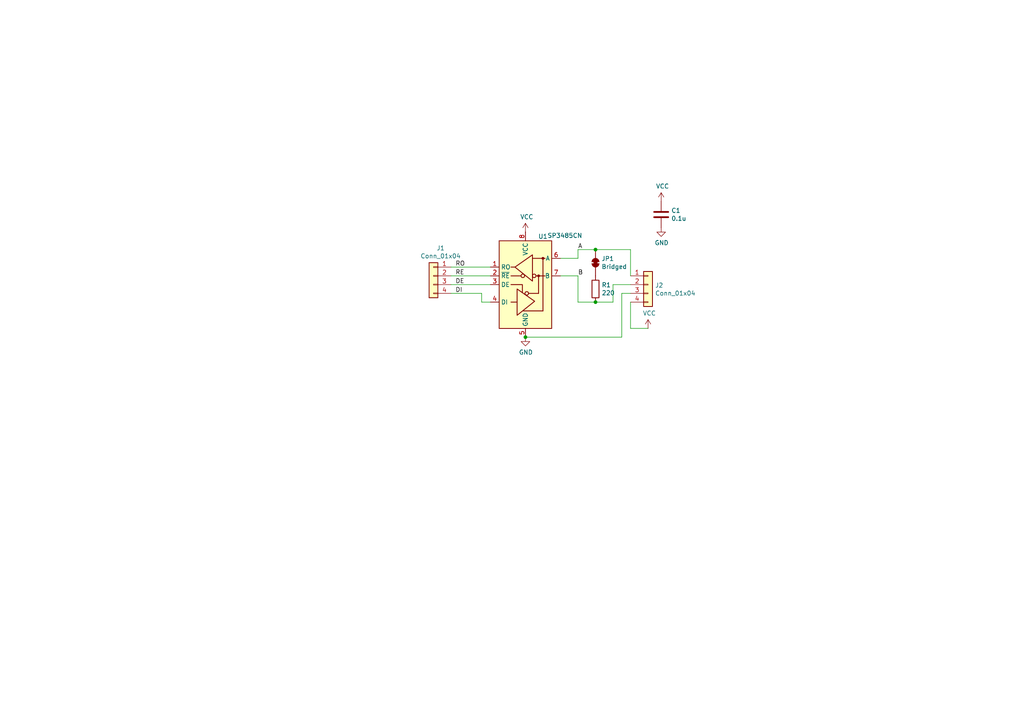
<source format=kicad_sch>
(kicad_sch (version 20231120) (generator "eeschema") (generator_version "8.0")
  (paper "A4")
  (lib_symbols
    (symbol "Connector_Generic:Conn_01x04" (pin_names (offset 1.016) hide)
      (property "Reference" "J" (at 0 5.08 0))
      (property "Value" "Conn_01x04" (at 0 -7.62 0))
      (symbol "Conn_01x04_1_1"
        (rectangle (start -1.27 -4.953) (end 0 -5.207) (stroke (width 0.1524)))
        (rectangle (start -1.27 -2.413) (end 0 -2.667) (stroke (width 0.1524)))
        (rectangle (start -1.27 0.127) (end 0 -0.127) (stroke (width 0.1524)))
        (rectangle (start -1.27 2.667) (end 0 2.413) (stroke (width 0.1524)))
        (rectangle (start -1.27 3.81) (end 1.27 -6.35) (stroke (width 0.254)) (fill (type background)))
        (pin passive line (at -5.08 2.54 0) (length 3.81) (name "Pin_1") (number "1"))
        (pin passive line (at -5.08 0 0) (length 3.81) (name "Pin_2") (number "2"))
        (pin passive line (at -5.08 -2.54 0) (length 3.81) (name "Pin_3") (number "3"))
        (pin passive line (at -5.08 -5.08 0) (length 3.81) (name "Pin_4") (number "4"))
      )
    )
    (symbol "Device:C" (pin_numbers hide) (pin_names (offset 0.254))
      (property "Reference" "C" (at 0.635 2.54 0))
      (property "Value" "C" (at 0.635 -2.54 0))
      (symbol "C_0_1"
        (polyline (pts (xy -2.032 -0.762) (xy 2.032 -0.762)) (stroke (width 0.508)))
        (polyline (pts (xy -2.032 0.762) (xy 2.032 0.762)) (stroke (width 0.508)))
      )
      (symbol "C_1_1"
        (pin passive line (at 0 3.81 270) (length 2.794) (name "~") (number "1"))
        (pin passive line (at 0 -3.81 90) (length 2.794) (name "~") (number "2"))
      )
    )
    (symbol "Device:R" (pin_numbers hide) (pin_names (offset 0))
      (property "Reference" "R" (at 2.032 0 90))
      (property "Value" "R" (at 0 0 90))
      (symbol "R_0_1"
        (rectangle (start -1.016 -2.54) (end 1.016 2.54) (stroke (width 0.254)))
      )
      (symbol "R_1_1"
        (pin passive line (at 0 3.81 270) (length 1.27) (name "~") (number "1"))
        (pin passive line (at 0 -3.81 90) (length 1.27) (name "~") (number "2"))
      )
    )
    (symbol "Interface_UART:SP3485CN"
      (property "Reference" "U" (at -7.62 13.97 0))
      (property "Value" "SP3485CN" (at 1.905 13.97 0))
      (symbol "SP3485CN_0_1"
        (rectangle (start -7.62 12.7) (end 7.62 -12.7) (stroke (width 0.254)) (fill (type background)))
        (polyline (pts (xy -4.191 2.54) (xy -1.27 2.54)) (stroke (width 0.254)))
        (polyline (pts (xy -2.54 -5.08) (xy -4.191 -5.08)) (stroke (width 0.254)))
        (polyline (pts (xy -0.635 -7.62) (xy 5.08 -7.62)) (stroke (width 0.254)))
        (polyline (pts (xy 0.889 -2.54) (xy 3.81 -2.54)) (stroke (width 0.254)))
        (polyline (pts (xy 2.032 7.62) (xy 5.715 7.62)) (stroke (width 0.254)))
        (polyline (pts (xy 3.048 2.54) (xy 5.715 2.54)) (stroke (width 0.254)))
        (polyline (pts (xy 3.81 -2.54) (xy 3.81 2.54)) (stroke (width 0.254)))
        (polyline (pts (xy 5.08 -7.62) (xy 5.08 7.62)) (stroke (width 0.254)))
        (polyline (pts (xy -4.191 0) (xy -0.889 0) (xy -0.889 -2.286)) (stroke (width 0.254)))
        (polyline (pts (xy -3.175 5.08) (xy -4.191 5.08) (xy -4.064 5.08)) (stroke (width 0.254)))
        (polyline (pts (xy -2.413 -5.08) (xy -2.413 -1.27) (xy 2.667 -4.826) (xy -2.413 -8.89) (xy -2.413 -5.08)) (stroke (width 0.254)))
        (circle (center 0.381 -2.54) (radius 0.508) (stroke (width 0.254)))
        (circle (center 3.81 2.54) (radius 0.2794) (stroke (width 0.254)) (fill (type outline)))
      )
      (symbol "SP3485CN_1_1"
        (circle (center -0.762 2.54) (radius 0.508) (stroke (width 0.254)))
        (polyline (pts (xy 2.032 4.826) (xy 2.032 8.636) (xy -3.048 5.08) (xy 2.032 1.016) (xy 2.032 4.826)) (stroke (width 0.254)))
        (circle (center 2.54 2.54) (radius 0.508) (stroke (width 0.254)))
        (circle (center 5.08 7.62) (radius 0.2794) (stroke (width 0.254)) (fill (type outline)))
        (pin output line (at -10.16 5.08 0) (length 2.54) (name "RO") (number "1"))
        (pin input line (at -10.16 2.54 0) (length 2.54) (name "~{RE}") (number "2"))
        (pin input line (at -10.16 0 0) (length 2.54) (name "DE") (number "3"))
        (pin input line (at -10.16 -5.08 0) (length 2.54) (name "DI") (number "4"))
        (pin power_in line (at 0 -15.24 90) (length 2.54) (name "GND") (number "5"))
        (pin bidirectional line (at 10.16 7.62 180) (length 2.54) (name "A") (number "6"))
        (pin bidirectional line (at 10.16 2.54 180) (length 2.54) (name "B") (number "7"))
        (pin power_in line (at 0 15.24 270) (length 2.54) (name "VCC") (number "8"))
      )
    )
    (symbol "Jumper:SolderJumper_2_Bridged" (pin_numbers hide) (pin_names (offset 0) hide) (exclude_from_sim yes) (in_bom no)
      (property "Reference" "JP" (at 0 2.032 0))
      (property "Value" "SolderJumper_2_Bridged" (at 0 -2.54 0))
      (symbol "SolderJumper_2_Bridged_0_1"
        (rectangle (start -0.508 0.508) (end 0.508 -0.508) (fill (type outline)))
        (arc (start -0.254 1.016) (mid -1.2656 0) (end -0.254 -1.016))
        (arc (start -0.254 1.016) (mid -1.2656 0) (end -0.254 -1.016) (fill (type outline)))
        (polyline (pts (xy -0.254 1.016) (xy -0.254 -1.016)))
        (polyline (pts (xy 0.254 1.016) (xy 0.254 -1.016)))
        (arc (start 0.254 -1.016) (mid 1.2656 0) (end 0.254 1.016))
        (arc (start 0.254 -1.016) (mid 1.2656 0) (end 0.254 1.016) (fill (type outline)))
      )
      (symbol "SolderJumper_2_Bridged_1_1"
        (pin passive line (at -3.81 0 0) (length 2.54) (name "A") (number "1"))
        (pin passive line (at 3.81 0 180) (length 2.54) (name "B") (number "2"))
      )
    )
    (symbol "power:GND" (power) (pin_numbers hide) (pin_names (offset 0) hide)
      (property "Value" "GND" (at 0 -3.81 0))
      (symbol "GND_0_1"
        (polyline (pts (xy 0 0) (xy 0 -1.27) (xy 1.27 -1.27) (xy 0 -2.54) (xy -1.27 -1.27) (xy 0 -1.27)))
      )
      (symbol "GND_1_1"
        (pin power_in line (at 0 0 270) (length 0) (name "~") (number "1"))
      )
    )
    (symbol "power:VCC" (power) (pin_numbers hide) (pin_names (offset 0) hide)
      (property "Value" "VCC" (at 0 3.556 0))
      (symbol "VCC_0_1"
        (polyline (pts (xy -0.762 1.27) (xy 0 2.54)))
        (polyline (pts (xy 0 0) (xy 0 2.54)))
        (polyline (pts (xy 0 2.54) (xy 0.762 1.27)))
      )
      (symbol "VCC_1_1"
        (pin power_in line (at 0 0 90) (length 0) (name "~") (number "1"))
      )
    )
  )
  (junction (at 172.72 87.63))
  (junction (at 172.72 72.39))
  (junction (at 152.4 97.79))
  (wire (pts (xy 130.81 80.01) (xy 142.24 80.01)))
  (wire (pts (xy 180.34 97.79) (xy 152.4 97.79)))
  (wire (pts (xy 167.64 74.93) (xy 167.64 72.39)))
  (wire (pts (xy 167.64 72.39) (xy 172.72 72.39)))
  (wire (pts (xy 187.96 95.25) (xy 182.88 95.25)))
  (wire (pts (xy 162.56 80.01) (xy 167.64 80.01)))
  (wire (pts (xy 182.88 72.39) (xy 182.88 80.01)))
  (wire (pts (xy 180.34 85.09) (xy 180.34 97.79)))
  (wire (pts (xy 142.24 77.47) (xy 130.81 77.47)))
  (wire (pts (xy 130.81 85.09) (xy 139.7 85.09)))
  (wire (pts (xy 139.7 87.63) (xy 142.24 87.63)))
  (wire (pts (xy 182.88 95.25) (xy 182.88 87.63)))
  (wire (pts (xy 162.56 74.93) (xy 167.64 74.93)))
  (wire (pts (xy 139.7 85.09) (xy 139.7 87.63)))
  (wire (pts (xy 177.8 82.55) (xy 182.88 82.55)))
  (wire (pts (xy 167.64 87.63) (xy 172.72 87.63)))
  (wire (pts (xy 172.72 87.63) (xy 177.8 87.63)))
  (wire (pts (xy 172.72 72.39) (xy 182.88 72.39)))
  (wire (pts (xy 177.8 87.63) (xy 177.8 82.55)))
  (wire (pts (xy 142.24 82.55) (xy 130.81 82.55)))
  (wire (pts (xy 182.88 85.09) (xy 180.34 85.09)))
  (wire (pts (xy 167.64 80.01) (xy 167.64 87.63)))
  (label "B" (at 167.64 80.01 0))
  (label "DI" (at 132.08 85.09 0))
  (label "RE" (at 132.08 80.01 0))
  (label "A" (at 167.64 72.39 0))
  (label "DE" (at 132.08 82.55 0))
  (label "RO" (at 132.08 77.47 0))
  (symbol (lib_id "Interface_UART:SP3485CN") (at 152.4 82.55 0) (unit 1)
    (property "Reference" "U1" (at 157.48 68.58 0))
    (property "Value" "SP3485CN" (at 163.83 68.326 0))
    (property "Footprint" "Package_SO:SOIC-8_3.9x4.9mm_P1.27mm" (effects (hide yes)))
    (property "Datasheet" "http://www.icbase.com/pdf/SPX/SPX00480106.pdf" (effects (hide yes)))
  )
  (symbol (lib_id "Connector_Generic:Conn_01x04") (at 125.73 80.01 0) (mirror y) (unit 1)
    (property "Reference" "J1" (at 127.8128 71.9582 0))
    (property "Value" "Conn_01x04" (at 127.8128 74.2696 0))
    (property "Footprint" "my-kicad-footprints:Pin_1x04_P2.54mm_nosilk" (effects (hide yes)))
  )
  (symbol (lib_id "Connector_Generic:Conn_01x04") (at 187.96 82.55 0) (unit 1)
    (property "Reference" "J2" (at 189.992 82.7532 0) (effects (justify left)))
    (property "Value" "Conn_01x04" (at 189.992 85.0646 0) (effects (justify left)))
    (property "Footprint" "my-kicad-footprints:Pin_1x04_P2.54mm_nosilk" (effects (hide yes)))
  )
  (symbol (lib_id "power:GND") (at 152.4 97.79 0) (unit 1)
    (property "Reference" "#PWR0101" (effects (hide yes)))
    (property "Value" "GND" (at 152.527 102.1842 0))
  )
  (symbol (lib_id "Device:R") (at 172.72 83.82 0) (unit 1)
    (property "Reference" "R1" (at 174.498 82.6516 0) (effects (justify left)))
    (property "Value" "220" (at 174.498 84.963 0) (effects (justify left)))
    (property "Footprint" "Resistor_SMD:R_0402_1005Metric" (effects (hide yes)))
  )
  (symbol (lib_id "power:VCC") (at 152.4 67.31 0) (unit 1)
    (property "Reference" "#PWR0102" (effects (hide yes)))
    (property "Value" "VCC" (at 152.781 62.9158 0))
  )
  (symbol (lib_id "power:VCC") (at 187.96 95.25 0) (unit 1)
    (property "Reference" "#PWR0103" (effects (hide yes)))
    (property "Value" "VCC" (at 188.341 90.8558 0))
  )
  (symbol (lib_id "Jumper:SolderJumper_2_Bridged") (at 172.72 76.2 270) (unit 1)
    (property "Reference" "JP1" (at 174.4472 75.0316 90) (effects (justify left)))
    (property "Value" "Bridged" (at 174.4472 77.343 90) (effects (justify left)))
    (property "Footprint" "my-kicad-footprints:SolderJumper-2_P1.3mm_Bridged_RoundedPad1.0x1.5mm" (effects (hide yes)))
  )
  (symbol (lib_id "Device:C") (at 191.77 62.23 0) (unit 1)
    (property "Reference" "C1" (at 194.691 61.0616 0) (effects (justify left)))
    (property "Value" "0.1u" (at 194.691 63.373 0) (effects (justify left)))
    (property "Footprint" "Capacitor_SMD:C_0402_1005Metric" (effects (hide yes)))
  )
  (symbol (lib_id "power:GND") (at 191.77 66.04 0) (unit 1)
    (property "Reference" "#PWR0104" (effects (hide yes)))
    (property "Value" "GND" (at 191.897 70.4342 0))
  )
  (symbol (lib_id "power:VCC") (at 191.77 58.42 0) (unit 1)
    (property "Reference" "#PWR0105" (effects (hide yes)))
    (property "Value" "VCC" (at 192.151 54.0258 0))
  )
)
</source>
